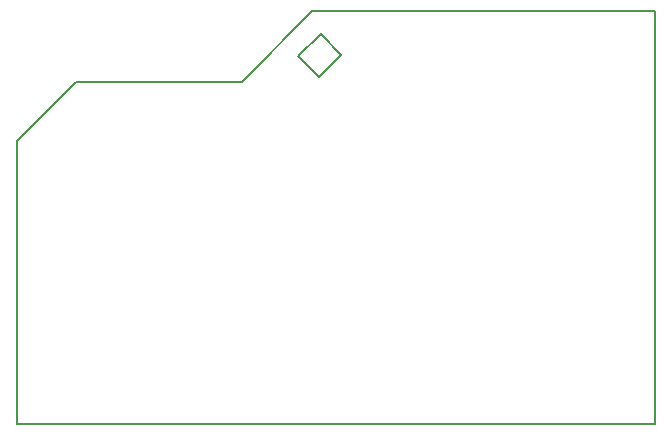
<source format=gbr>
%FSLAX34Y34*%
%MOMM*%
%LNOUTLINE*%
G71*
G01*
%ADD10C, 0.200*%
%LPD*%
G54D10*
X560800Y398900D02*
X560800Y48900D01*
X20800Y48900D01*
X20800Y288900D01*
X70800Y338900D01*
X210800Y338900D01*
X270800Y398900D01*
X560800Y398900D01*
G54D10*
X295188Y362025D02*
X277725Y379488D01*
X258675Y360438D01*
X276138Y342975D01*
X295188Y362025D01*
M02*

</source>
